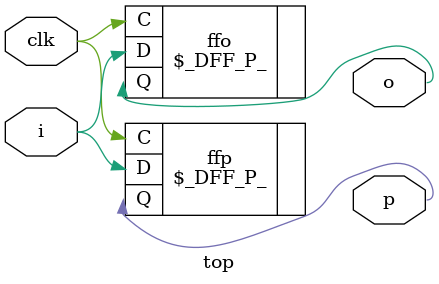
<source format=v>
module top(input clk, i, output o, p);
  (* keep *)
  \$_DFF_P_ ffo  (
    .C(clk),
    .D(i),
    .Q(o)
  );
  \$_DFF_P_ ffp  (
    .C(clk),
    .D(i),
    .Q(p)
  );
endmodule

</source>
